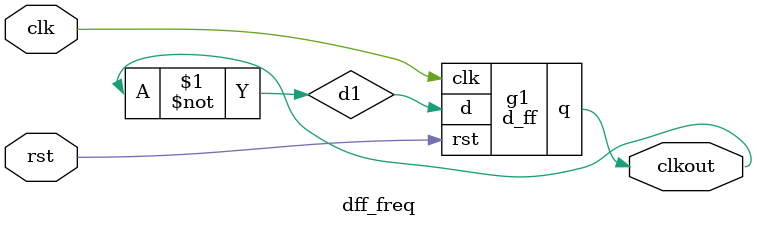
<source format=v>
`timescale 1ns / 1ps
module d_ff(input d,clk,rst, output reg q);
always@(posedge clk)begin
if(rst)
q<=0;
else
q<=d;
end
endmodule

module dff_freq(input clk,rst, output clkout);
wire d1;
assign d1=~clkout;
d_ff g1(d1,clk,rst,clkout);
endmodule

</source>
